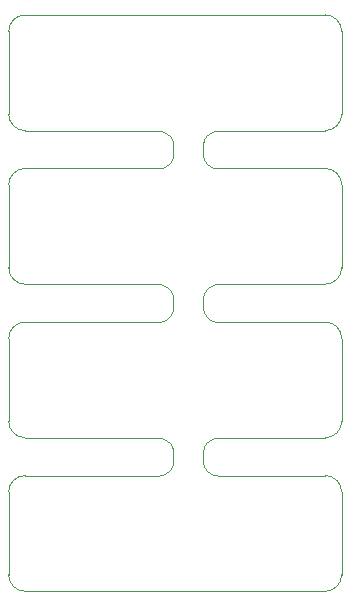
<source format=gbr>
%TF.GenerationSoftware,KiCad,Pcbnew,(5.1.10)-1*%
%TF.CreationDate,2021-10-11T19:14:40+02:00*%
%TF.ProjectId,output.KSI_rotator_endstop,6f757470-7574-42e4-9b53-495f726f7461,rev?*%
%TF.SameCoordinates,Original*%
%TF.FileFunction,Profile,NP*%
%FSLAX46Y46*%
G04 Gerber Fmt 4.6, Leading zero omitted, Abs format (unit mm)*
G04 Created by KiCad (PCBNEW (5.1.10)-1) date 2021-10-11 19:14:40*
%MOMM*%
%LPD*%
G01*
G04 APERTURE LIST*
%TA.AperFunction,Profile*%
%ADD10C,0.050000*%
%TD*%
%TA.AperFunction,Profile*%
%ADD11C,0.100000*%
%TD*%
G04 APERTURE END LIST*
D10*
X125800000Y-124000000D02*
G75*
G02*
X127200000Y-122600000I1400000J0D01*
G01*
X154000000Y-131000000D02*
G75*
G02*
X152600000Y-132400000I-1400000J0D01*
G01*
X127200000Y-119400000D02*
G75*
G02*
X125800000Y-118000000I0J1400000D01*
G01*
X152600000Y-132400000D02*
X127200000Y-132400000D01*
X127200000Y-132400000D02*
G75*
G02*
X125800000Y-131000000I0J1400000D01*
G01*
X152600000Y-122600000D02*
G75*
G02*
X154000000Y-124000000I0J-1400000D01*
G01*
X125800000Y-124000000D02*
X125800000Y-131000000D01*
X154000000Y-124000000D02*
X154000000Y-131000000D01*
X152600000Y-109600000D02*
G75*
G02*
X154000000Y-111000000I0J-1400000D01*
G01*
X125800000Y-111000000D02*
X125800000Y-118000000D01*
X154000000Y-118000000D02*
G75*
G02*
X152600000Y-119400000I-1400000J0D01*
G01*
X154000000Y-111000000D02*
X154000000Y-118000000D01*
X125800000Y-111000000D02*
G75*
G02*
X127200000Y-109600000I1400000J0D01*
G01*
X127200000Y-106400000D02*
G75*
G02*
X125800000Y-105000000I0J1400000D01*
G01*
X152600000Y-96600000D02*
G75*
G02*
X154000000Y-98000000I0J-1400000D01*
G01*
X125800000Y-98000000D02*
X125800000Y-105000000D01*
X154000000Y-105000000D02*
G75*
G02*
X152600000Y-106400000I-1400000J0D01*
G01*
X154000000Y-98000000D02*
X154000000Y-105000000D01*
X125800000Y-98000000D02*
G75*
G02*
X127200000Y-96600000I1400000J0D01*
G01*
X125800000Y-85000000D02*
G75*
G02*
X127200000Y-83600000I1400000J0D01*
G01*
X154000000Y-85000000D02*
X154000000Y-92000000D01*
X127200000Y-83600000D02*
X152600000Y-83600000D01*
X154000000Y-92000000D02*
G75*
G02*
X152600000Y-93400000I-1400000J0D01*
G01*
X125800000Y-85000000D02*
X125800000Y-92000000D01*
X152600000Y-83600000D02*
G75*
G02*
X154000000Y-85000000I0J-1400000D01*
G01*
X127200000Y-93400000D02*
G75*
G02*
X125800000Y-92000000I0J1400000D01*
G01*
D11*
X143500003Y-119400000D02*
X152600000Y-119400000D01*
X138499992Y-119400000D02*
X127200000Y-119400000D01*
X138499992Y-122600000D02*
X127200000Y-122600000D01*
X143500003Y-122600000D02*
X152600000Y-122600000D01*
X138499992Y-122600000D02*
X138599696Y-122592313D01*
X138499992Y-119400000D02*
X138599696Y-119407687D01*
X138599696Y-122592313D02*
X138698514Y-122576985D01*
X138599696Y-119407687D02*
X138698514Y-119423015D01*
X138698514Y-122576985D02*
X138795861Y-122554107D01*
X138698514Y-119423015D02*
X138795861Y-119445893D01*
X138795861Y-122554107D02*
X138891161Y-122523814D01*
X138795861Y-119445893D02*
X138891161Y-119476186D01*
X138891161Y-122523814D02*
X138983851Y-122486285D01*
X138891161Y-119476186D02*
X138983851Y-119513715D01*
X138983851Y-122486285D02*
X139073382Y-122441742D01*
X138983851Y-119513715D02*
X139073382Y-119558258D01*
X139073382Y-122441742D02*
X139159224Y-122390449D01*
X139073382Y-119558258D02*
X139159224Y-119609551D01*
X139159224Y-122390449D02*
X139240869Y-122332709D01*
X139159224Y-119609551D02*
X139240869Y-119667291D01*
X139240869Y-122332709D02*
X139317834Y-122268864D01*
X139240869Y-119667291D02*
X139317834Y-119731136D01*
X139317834Y-122268864D02*
X139389664Y-122199292D01*
X139317834Y-119731136D02*
X139389664Y-119800708D01*
X139389664Y-122199292D02*
X139455934Y-122124405D01*
X139389664Y-119800708D02*
X139455934Y-119875595D01*
X139455934Y-122124405D02*
X139516252Y-122044646D01*
X139455934Y-119875595D02*
X139516252Y-119955354D01*
X139516252Y-122044646D02*
X139570261Y-121960487D01*
X139516252Y-119955354D02*
X139570261Y-120039513D01*
X139570261Y-121960487D02*
X139617641Y-121872426D01*
X139570261Y-120039513D02*
X139617641Y-120127574D01*
X139617641Y-121872426D02*
X139658112Y-121780984D01*
X139617641Y-120127574D02*
X139658112Y-120219016D01*
X139658112Y-121780984D02*
X139691434Y-121686702D01*
X139658112Y-120219016D02*
X139691434Y-120313298D01*
X139691434Y-121686702D02*
X139717410Y-121590138D01*
X139691434Y-120313298D02*
X139717410Y-120409862D01*
X139717410Y-121590138D02*
X139735887Y-121491863D01*
X139717410Y-120409862D02*
X139735887Y-120508137D01*
X139735887Y-121491863D02*
X139746755Y-121392458D01*
X139735887Y-120508137D02*
X139746755Y-120607542D01*
X139746755Y-121392458D02*
X139749950Y-121292512D01*
X139746755Y-120607542D02*
X139749950Y-120707488D01*
X139749950Y-120707488D02*
X139749950Y-121292512D01*
X143500003Y-122600000D02*
X143400299Y-122592313D01*
X143500003Y-119400000D02*
X143400299Y-119407687D01*
X143400299Y-122592313D02*
X143301481Y-122576985D01*
X143400299Y-119407687D02*
X143301481Y-119423015D01*
X143301481Y-122576985D02*
X143204134Y-122554107D01*
X143301481Y-119423015D02*
X143204134Y-119445893D01*
X143204134Y-122554107D02*
X143108834Y-122523814D01*
X143204134Y-119445893D02*
X143108834Y-119476186D01*
X143108834Y-122523814D02*
X143016144Y-122486285D01*
X143108834Y-119476186D02*
X143016144Y-119513715D01*
X143016144Y-122486285D02*
X142926613Y-122441742D01*
X143016144Y-119513715D02*
X142926613Y-119558258D01*
X142926613Y-122441742D02*
X142840771Y-122390449D01*
X142926613Y-119558258D02*
X142840771Y-119609551D01*
X142840771Y-122390449D02*
X142759126Y-122332709D01*
X142840771Y-119609551D02*
X142759126Y-119667291D01*
X142759126Y-122332709D02*
X142682161Y-122268864D01*
X142759126Y-119667291D02*
X142682161Y-119731136D01*
X142682161Y-122268864D02*
X142610331Y-122199292D01*
X142682161Y-119731136D02*
X142610331Y-119800708D01*
X142610331Y-122199292D02*
X142544061Y-122124405D01*
X142610331Y-119800708D02*
X142544061Y-119875595D01*
X142544061Y-122124405D02*
X142483743Y-122044646D01*
X142544061Y-119875595D02*
X142483743Y-119955354D01*
X142483743Y-122044646D02*
X142429734Y-121960487D01*
X142483743Y-119955354D02*
X142429734Y-120039513D01*
X142429734Y-121960487D02*
X142382354Y-121872426D01*
X142429734Y-120039513D02*
X142382354Y-120127574D01*
X142382354Y-121872426D02*
X142341883Y-121780984D01*
X142382354Y-120127574D02*
X142341883Y-120219016D01*
X142341883Y-121780984D02*
X142308561Y-121686702D01*
X142341883Y-120219016D02*
X142308561Y-120313298D01*
X142308561Y-121686702D02*
X142282585Y-121590138D01*
X142308561Y-120313298D02*
X142282585Y-120409862D01*
X142282585Y-121590138D02*
X142264108Y-121491863D01*
X142282585Y-120409862D02*
X142264108Y-120508137D01*
X142264108Y-121491863D02*
X142253240Y-121392458D01*
X142264108Y-120508137D02*
X142253240Y-120607542D01*
X142253240Y-121392458D02*
X142250045Y-121292512D01*
X142253240Y-120607542D02*
X142250045Y-120707488D01*
X142250045Y-120707488D02*
X142250045Y-121292512D01*
X143500003Y-106400000D02*
X152600000Y-106400000D01*
X138499992Y-106400000D02*
X127200000Y-106400000D01*
X138499992Y-109600000D02*
X127200000Y-109600000D01*
X143500003Y-109600000D02*
X152600000Y-109600000D01*
X138499992Y-109600000D02*
X138599696Y-109592313D01*
X138499992Y-106400000D02*
X138599696Y-106407687D01*
X138599696Y-109592313D02*
X138698514Y-109576985D01*
X138599696Y-106407687D02*
X138698514Y-106423015D01*
X138698514Y-109576985D02*
X138795861Y-109554107D01*
X138698514Y-106423015D02*
X138795861Y-106445893D01*
X138795861Y-109554107D02*
X138891161Y-109523814D01*
X138795861Y-106445893D02*
X138891161Y-106476186D01*
X138891161Y-109523814D02*
X138983851Y-109486285D01*
X138891161Y-106476186D02*
X138983851Y-106513715D01*
X138983851Y-109486285D02*
X139073382Y-109441742D01*
X138983851Y-106513715D02*
X139073382Y-106558258D01*
X139073382Y-109441742D02*
X139159224Y-109390449D01*
X139073382Y-106558258D02*
X139159224Y-106609551D01*
X139159224Y-109390449D02*
X139240869Y-109332709D01*
X139159224Y-106609551D02*
X139240869Y-106667291D01*
X139240869Y-109332709D02*
X139317834Y-109268864D01*
X139240869Y-106667291D02*
X139317834Y-106731136D01*
X139317834Y-109268864D02*
X139389664Y-109199292D01*
X139317834Y-106731136D02*
X139389664Y-106800708D01*
X139389664Y-109199292D02*
X139455934Y-109124405D01*
X139389664Y-106800708D02*
X139455934Y-106875595D01*
X139455934Y-109124405D02*
X139516252Y-109044646D01*
X139455934Y-106875595D02*
X139516252Y-106955354D01*
X139516252Y-109044646D02*
X139570261Y-108960487D01*
X139516252Y-106955354D02*
X139570261Y-107039513D01*
X139570261Y-108960487D02*
X139617641Y-108872426D01*
X139570261Y-107039513D02*
X139617641Y-107127574D01*
X139617641Y-108872426D02*
X139658112Y-108780984D01*
X139617641Y-107127574D02*
X139658112Y-107219016D01*
X139658112Y-108780984D02*
X139691434Y-108686702D01*
X139658112Y-107219016D02*
X139691434Y-107313298D01*
X139691434Y-108686702D02*
X139717410Y-108590138D01*
X139691434Y-107313298D02*
X139717410Y-107409862D01*
X139717410Y-108590138D02*
X139735887Y-108491863D01*
X139717410Y-107409862D02*
X139735887Y-107508137D01*
X139735887Y-108491863D02*
X139746755Y-108392458D01*
X139735887Y-107508137D02*
X139746755Y-107607542D01*
X139746755Y-108392458D02*
X139749950Y-108292512D01*
X139746755Y-107607542D02*
X139749950Y-107707488D01*
X139749950Y-107707488D02*
X139749950Y-108292512D01*
X143500003Y-109600000D02*
X143400299Y-109592313D01*
X143500003Y-106400000D02*
X143400299Y-106407687D01*
X143400299Y-109592313D02*
X143301481Y-109576985D01*
X143400299Y-106407687D02*
X143301481Y-106423015D01*
X143301481Y-109576985D02*
X143204134Y-109554107D01*
X143301481Y-106423015D02*
X143204134Y-106445893D01*
X143204134Y-109554107D02*
X143108834Y-109523814D01*
X143204134Y-106445893D02*
X143108834Y-106476186D01*
X143108834Y-109523814D02*
X143016144Y-109486285D01*
X143108834Y-106476186D02*
X143016144Y-106513715D01*
X143016144Y-109486285D02*
X142926613Y-109441742D01*
X143016144Y-106513715D02*
X142926613Y-106558258D01*
X142926613Y-109441742D02*
X142840771Y-109390449D01*
X142926613Y-106558258D02*
X142840771Y-106609551D01*
X142840771Y-109390449D02*
X142759126Y-109332709D01*
X142840771Y-106609551D02*
X142759126Y-106667291D01*
X142759126Y-109332709D02*
X142682161Y-109268864D01*
X142759126Y-106667291D02*
X142682161Y-106731136D01*
X142682161Y-109268864D02*
X142610331Y-109199292D01*
X142682161Y-106731136D02*
X142610331Y-106800708D01*
X142610331Y-109199292D02*
X142544061Y-109124405D01*
X142610331Y-106800708D02*
X142544061Y-106875595D01*
X142544061Y-109124405D02*
X142483743Y-109044646D01*
X142544061Y-106875595D02*
X142483743Y-106955354D01*
X142483743Y-109044646D02*
X142429734Y-108960487D01*
X142483743Y-106955354D02*
X142429734Y-107039513D01*
X142429734Y-108960487D02*
X142382354Y-108872426D01*
X142429734Y-107039513D02*
X142382354Y-107127574D01*
X142382354Y-108872426D02*
X142341883Y-108780984D01*
X142382354Y-107127574D02*
X142341883Y-107219016D01*
X142341883Y-108780984D02*
X142308561Y-108686702D01*
X142341883Y-107219016D02*
X142308561Y-107313298D01*
X142308561Y-108686702D02*
X142282585Y-108590138D01*
X142308561Y-107313298D02*
X142282585Y-107409862D01*
X142282585Y-108590138D02*
X142264108Y-108491863D01*
X142282585Y-107409862D02*
X142264108Y-107508137D01*
X142264108Y-108491863D02*
X142253240Y-108392458D01*
X142264108Y-107508137D02*
X142253240Y-107607542D01*
X142253240Y-108392458D02*
X142250045Y-108292512D01*
X142253240Y-107607542D02*
X142250045Y-107707488D01*
X142250045Y-107707488D02*
X142250045Y-108292512D01*
X143500003Y-93400000D02*
X152600000Y-93400000D01*
X138499992Y-93400000D02*
X127200000Y-93400000D01*
X138499992Y-96600000D02*
X127200000Y-96600000D01*
X143500003Y-96600000D02*
X152600000Y-96600000D01*
X138499992Y-96600000D02*
X138599696Y-96592313D01*
X138499992Y-93400000D02*
X138599696Y-93407687D01*
X138599696Y-96592313D02*
X138698514Y-96576985D01*
X138599696Y-93407687D02*
X138698514Y-93423015D01*
X138698514Y-96576985D02*
X138795861Y-96554107D01*
X138698514Y-93423015D02*
X138795861Y-93445893D01*
X138795861Y-96554107D02*
X138891161Y-96523814D01*
X138795861Y-93445893D02*
X138891161Y-93476186D01*
X138891161Y-96523814D02*
X138983851Y-96486285D01*
X138891161Y-93476186D02*
X138983851Y-93513715D01*
X138983851Y-96486285D02*
X139073382Y-96441742D01*
X138983851Y-93513715D02*
X139073382Y-93558258D01*
X139073382Y-96441742D02*
X139159224Y-96390449D01*
X139073382Y-93558258D02*
X139159224Y-93609551D01*
X139159224Y-96390449D02*
X139240869Y-96332709D01*
X139159224Y-93609551D02*
X139240869Y-93667291D01*
X139240869Y-96332709D02*
X139317834Y-96268864D01*
X139240869Y-93667291D02*
X139317834Y-93731136D01*
X139317834Y-96268864D02*
X139389664Y-96199292D01*
X139317834Y-93731136D02*
X139389664Y-93800708D01*
X139389664Y-96199292D02*
X139455934Y-96124405D01*
X139389664Y-93800708D02*
X139455934Y-93875595D01*
X139455934Y-96124405D02*
X139516252Y-96044646D01*
X139455934Y-93875595D02*
X139516252Y-93955354D01*
X139516252Y-96044646D02*
X139570261Y-95960487D01*
X139516252Y-93955354D02*
X139570261Y-94039513D01*
X139570261Y-95960487D02*
X139617641Y-95872426D01*
X139570261Y-94039513D02*
X139617641Y-94127574D01*
X139617641Y-95872426D02*
X139658112Y-95780984D01*
X139617641Y-94127574D02*
X139658112Y-94219016D01*
X139658112Y-95780984D02*
X139691434Y-95686702D01*
X139658112Y-94219016D02*
X139691434Y-94313298D01*
X139691434Y-95686702D02*
X139717410Y-95590138D01*
X139691434Y-94313298D02*
X139717410Y-94409862D01*
X139717410Y-95590138D02*
X139735887Y-95491863D01*
X139717410Y-94409862D02*
X139735887Y-94508137D01*
X139735887Y-95491863D02*
X139746755Y-95392458D01*
X139735887Y-94508137D02*
X139746755Y-94607542D01*
X139746755Y-95392458D02*
X139749950Y-95292512D01*
X139746755Y-94607542D02*
X139749950Y-94707488D01*
X139749950Y-94707488D02*
X139749950Y-95292512D01*
X143500003Y-96600000D02*
X143400299Y-96592313D01*
X143500003Y-93400000D02*
X143400299Y-93407687D01*
X143400299Y-96592313D02*
X143301481Y-96576985D01*
X143400299Y-93407687D02*
X143301481Y-93423015D01*
X143301481Y-96576985D02*
X143204134Y-96554107D01*
X143301481Y-93423015D02*
X143204134Y-93445893D01*
X143204134Y-96554107D02*
X143108834Y-96523814D01*
X143204134Y-93445893D02*
X143108834Y-93476186D01*
X143108834Y-96523814D02*
X143016144Y-96486285D01*
X143108834Y-93476186D02*
X143016144Y-93513715D01*
X143016144Y-96486285D02*
X142926613Y-96441742D01*
X143016144Y-93513715D02*
X142926613Y-93558258D01*
X142926613Y-96441742D02*
X142840771Y-96390449D01*
X142926613Y-93558258D02*
X142840771Y-93609551D01*
X142840771Y-96390449D02*
X142759126Y-96332709D01*
X142840771Y-93609551D02*
X142759126Y-93667291D01*
X142759126Y-96332709D02*
X142682161Y-96268864D01*
X142759126Y-93667291D02*
X142682161Y-93731136D01*
X142682161Y-96268864D02*
X142610331Y-96199292D01*
X142682161Y-93731136D02*
X142610331Y-93800708D01*
X142610331Y-96199292D02*
X142544061Y-96124405D01*
X142610331Y-93800708D02*
X142544061Y-93875595D01*
X142544061Y-96124405D02*
X142483743Y-96044646D01*
X142544061Y-93875595D02*
X142483743Y-93955354D01*
X142483743Y-96044646D02*
X142429734Y-95960487D01*
X142483743Y-93955354D02*
X142429734Y-94039513D01*
X142429734Y-95960487D02*
X142382354Y-95872426D01*
X142429734Y-94039513D02*
X142382354Y-94127574D01*
X142382354Y-95872426D02*
X142341883Y-95780984D01*
X142382354Y-94127574D02*
X142341883Y-94219016D01*
X142341883Y-95780984D02*
X142308561Y-95686702D01*
X142341883Y-94219016D02*
X142308561Y-94313298D01*
X142308561Y-95686702D02*
X142282585Y-95590138D01*
X142308561Y-94313298D02*
X142282585Y-94409862D01*
X142282585Y-95590138D02*
X142264108Y-95491863D01*
X142282585Y-94409862D02*
X142264108Y-94508137D01*
X142264108Y-95491863D02*
X142253240Y-95392458D01*
X142264108Y-94508137D02*
X142253240Y-94607542D01*
X142253240Y-95392458D02*
X142250045Y-95292512D01*
X142253240Y-94607542D02*
X142250045Y-94707488D01*
X142250045Y-94707488D02*
X142250045Y-95292512D01*
M02*

</source>
